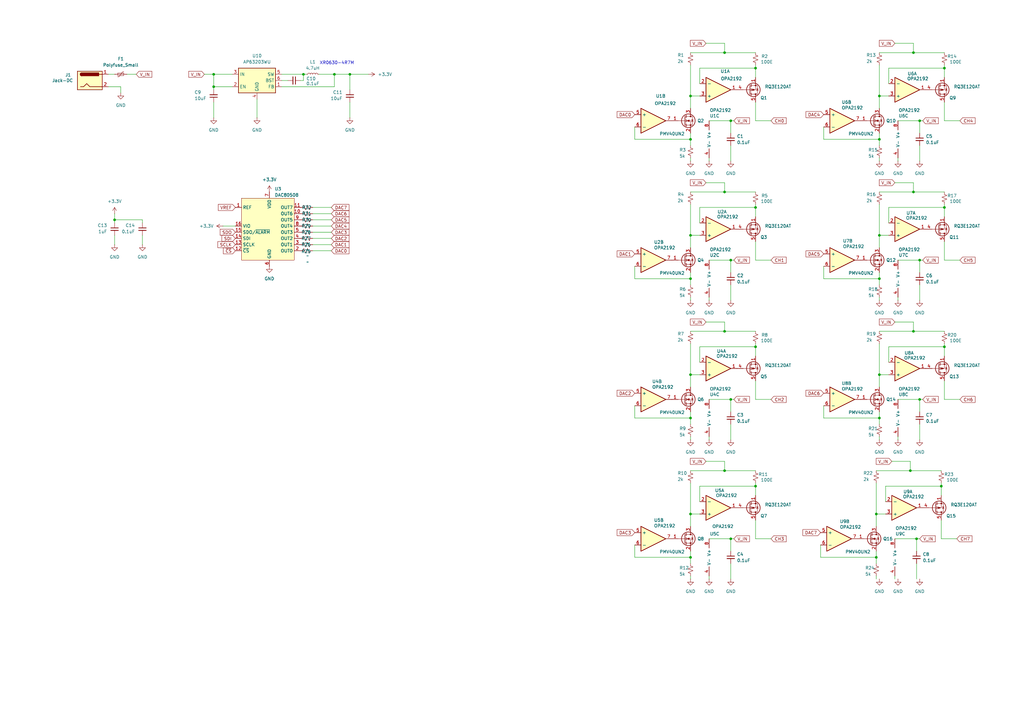
<source format=kicad_sch>
(kicad_sch (version 20250114) (generator "eeschema") (generator_version "9.0")
  (paper "A3")
  (title_block (title "Curd") (date "2025-03-08") (rev "A") (company "Foosa"))
  (text "XR0630-4R7M" (at 138.176 25.908 0) (effects (font (size 1.27 1.27))))
  (junction (at 360.68 114.3))
  (junction (at 283.21 96.52))
  (junction (at 283.21 171.45))
  (junction (at 283.21 39.37))
  (junction (at 283.21 114.3))
  (junction (at 283.21 153.67))
  (junction (at 377.19 49.53))
  (junction (at 377.19 106.68))
  (junction (at 359.41 228.6))
  (junction (at 360.68 39.37))
  (junction (at 297.18 135.89))
  (junction (at 297.18 21.59))
  (junction (at 360.68 153.67))
  (junction (at 283.21 210.82))
  (junction (at 299.72 220.98))
  (junction (at 373.38 193.04))
  (junction (at 387.35 142.24))
  (junction (at 360.68 171.45))
  (junction (at 283.21 57.15))
  (junction (at 297.18 78.74))
  (junction (at 374.65 21.59))
  (junction (at 299.72 49.53))
  (junction (at 360.68 96.52))
  (junction (at 360.68 57.15))
  (junction (at 137.16 30.48))
  (junction (at 374.65 78.74))
  (junction (at 299.72 163.83))
  (junction (at 309.88 142.24))
  (junction (at 309.88 199.39))
  (junction (at 46.99 90.17))
  (junction (at 299.72 106.68))
  (junction (at 283.21 228.6))
  (junction (at 375.92 220.98))
  (junction (at 309.88 85.09))
  (junction (at 87.63 35.56))
  (junction (at 386.08 199.39))
  (junction (at 124.46 30.48))
  (junction (at 377.19 163.83))
  (junction (at 387.35 27.94))
  (junction (at 297.18 193.04))
  (junction (at 387.35 85.09))
  (junction (at 309.88 27.94))
  (junction (at 143.51 30.48))
  (junction (at 374.65 135.89))
  (junction (at 359.41 210.82))
  (junction (at 87.63 30.48))
  (wire (pts (xy 143.51 36.83) (xy 143.51 30.48)))
  (wire (pts (xy 283.21 210.82) (xy 287.02 210.82)))
  (wire (pts (xy 283.21 39.37) (xy 287.02 39.37)))
  (wire (pts (xy 290.83 106.68) (xy 299.72 106.68)))
  (wire (pts (xy 137.16 30.48) (xy 137.16 35.56)))
  (wire (pts (xy 287.02 34.29) (xy 287.02 27.94)))
  (wire (pts (xy 290.83 220.98) (xy 299.72 220.98)))
  (wire (pts (xy 260.35 223.52) (xy 260.35 228.6)))
  (wire (pts (xy 377.19 59.69) (xy 377.19 66.04)))
  (wire (pts (xy 297.18 189.23) (xy 297.18 193.04)))
  (wire (pts (xy 283.21 57.15) (xy 283.21 54.61)))
  (wire (pts (xy 387.35 106.68) (xy 393.7 106.68)))
  (wire (pts (xy 360.68 39.37) (xy 364.49 39.37)))
  (wire (pts (xy 309.88 199.39) (xy 309.88 203.2)))
  (wire (pts (xy 283.21 114.3) (xy 283.21 111.76)))
  (wire (pts (xy 44.45 30.48) (xy 46.99 30.48)))
  (wire (pts (xy 360.68 114.3) (xy 360.68 111.76)))
  (wire (pts (xy 360.68 96.52) (xy 364.49 96.52)))
  (wire (pts (xy 360.68 57.15) (xy 360.68 59.69)))
  (wire (pts (xy 309.88 156.21) (xy 309.88 163.83)))
  (wire (pts (xy 128.27 100.33) (xy 135.89 100.33)))
  (wire (pts (xy 105.41 40.64) (xy 105.41 48.26)))
  (wire (pts (xy 368.3 64.77) (xy 368.3 66.04)))
  (wire (pts (xy 130.81 30.48) (xy 137.16 30.48)))
  (wire (pts (xy 299.72 116.84) (xy 299.72 123.19)))
  (wire (pts (xy 360.68 171.45) (xy 360.68 173.99)))
  (wire (pts (xy 360.68 96.52) (xy 360.68 101.6)))
  (wire (pts (xy 359.41 228.6) (xy 359.41 231.14)))
  (wire (pts (xy 83.82 30.48) (xy 87.63 30.48)))
  (wire (pts (xy 377.19 106.68) (xy 378.46 106.68)))
  (wire (pts (xy 297.18 132.08) (xy 297.18 135.89)))
  (wire (pts (xy 283.21 140.97) (xy 283.21 153.67)))
  (wire (pts (xy 260.35 52.07) (xy 260.35 57.15)))
  (wire (pts (xy 309.88 106.68) (xy 316.23 106.68)))
  (wire (pts (xy 387.35 83.82) (xy 387.35 85.09)))
  (wire (pts (xy 283.21 121.92) (xy 283.21 123.19)))
  (wire (pts (xy 290.83 49.53) (xy 299.72 49.53)))
  (wire (pts (xy 283.21 64.77) (xy 283.21 66.04)))
  (wire (pts (xy 299.72 231.14) (xy 299.72 237.49)))
  (wire (pts (xy 283.21 153.67) (xy 283.21 158.75)))
  (wire (pts (xy 368.3 106.68) (xy 377.19 106.68)))
  (wire (pts (xy 360.68 153.67) (xy 360.68 158.75)))
  (wire (pts (xy 373.38 193.04) (xy 386.08 193.04)))
  (wire (pts (xy 297.18 21.59) (xy 309.88 21.59)))
  (wire (pts (xy 367.03 74.93) (xy 374.65 74.93)))
  (wire (pts (xy 128.27 92.71) (xy 135.89 92.71)))
  (wire (pts (xy 374.65 78.74) (xy 387.35 78.74)))
  (wire (pts (xy 283.21 171.45) (xy 283.21 173.99)))
  (wire (pts (xy 364.49 34.29) (xy 364.49 27.94)))
  (wire (pts (xy 360.68 64.77) (xy 360.68 66.04)))
  (wire (pts (xy 287.02 142.24) (xy 309.88 142.24)))
  (wire (pts (xy 359.41 236.22) (xy 359.41 237.49)))
  (wire (pts (xy 309.88 163.83) (xy 316.23 163.83)))
  (wire (pts (xy 283.21 179.07) (xy 283.21 180.34)))
  (wire (pts (xy 128.27 87.63) (xy 135.89 87.63)))
  (wire (pts (xy 283.21 26.67) (xy 283.21 39.37)))
  (wire (pts (xy 364.49 85.09) (xy 387.35 85.09)))
  (wire (pts (xy 297.18 193.04) (xy 309.88 193.04)))
  (wire (pts (xy 299.72 173.99) (xy 299.72 180.34)))
  (wire (pts (xy 364.49 27.94) (xy 387.35 27.94)))
  (wire (pts (xy 87.63 36.83) (xy 87.63 35.56)))
  (wire (pts (xy 360.68 153.67) (xy 364.49 153.67)))
  (wire (pts (xy 297.18 78.74) (xy 309.88 78.74)))
  (wire (pts (xy 360.68 57.15) (xy 360.68 54.61)))
  (wire (pts (xy 283.21 210.82) (xy 283.21 215.9)))
  (wire (pts (xy 128.27 90.17) (xy 135.89 90.17)))
  (wire (pts (xy 290.83 236.22) (xy 290.83 237.49)))
  (wire (pts (xy 368.3 49.53) (xy 377.19 49.53)))
  (wire (pts (xy 374.65 17.78) (xy 374.65 21.59)))
  (wire (pts (xy 364.49 142.24) (xy 387.35 142.24)))
  (wire (pts (xy 309.88 213.36) (xy 309.88 220.98)))
  (wire (pts (xy 377.19 163.83) (xy 377.19 168.91)))
  (wire (pts (xy 283.21 83.82) (xy 283.21 96.52)))
  (wire (pts (xy 87.63 35.56) (xy 95.25 35.56)))
  (wire (pts (xy 52.07 30.48) (xy 55.88 30.48)))
  (wire (pts (xy 287.02 205.74) (xy 287.02 199.39)))
  (wire (pts (xy 359.41 210.82) (xy 359.41 215.9)))
  (wire (pts (xy 299.72 106.68) (xy 299.72 111.76)))
  (wire (pts (xy 289.56 17.78) (xy 297.18 17.78)))
  (wire (pts (xy 375.92 220.98) (xy 375.92 226.06)))
  (wire (pts (xy 128.27 97.79) (xy 135.89 97.79)))
  (wire (pts (xy 309.88 142.24) (xy 309.88 146.05)))
  (wire (pts (xy 283.21 114.3) (xy 283.21 116.84)))
  (wire (pts (xy 297.18 135.89) (xy 309.88 135.89)))
  (wire (pts (xy 289.56 74.93) (xy 297.18 74.93)))
  (wire (pts (xy 128.27 102.87) (xy 135.89 102.87)))
  (wire (pts (xy 337.82 114.3) (xy 360.68 114.3)))
  (wire (pts (xy 367.03 132.08) (xy 374.65 132.08)))
  (wire (pts (xy 377.19 163.83) (xy 378.46 163.83)))
  (wire (pts (xy 387.35 26.67) (xy 387.35 27.94)))
  (wire (pts (xy 309.88 49.53) (xy 316.23 49.53)))
  (wire (pts (xy 289.56 189.23) (xy 297.18 189.23)))
  (wire (pts (xy 260.35 109.22) (xy 260.35 114.3)))
  (wire (pts (xy 387.35 49.53) (xy 393.7 49.53)))
  (wire (pts (xy 368.3 163.83) (xy 377.19 163.83)))
  (wire (pts (xy 283.21 96.52) (xy 283.21 101.6)))
  (wire (pts (xy 374.65 74.93) (xy 374.65 78.74)))
  (wire (pts (xy 128.27 95.25) (xy 135.89 95.25)))
  (wire (pts (xy 387.35 156.21) (xy 387.35 163.83)))
  (wire (pts (xy 360.68 140.97) (xy 360.68 153.67)))
  (wire (pts (xy 91.44 92.71) (xy 96.52 92.71)))
  (wire (pts (xy 387.35 140.97) (xy 387.35 142.24)))
  (wire (pts (xy 297.18 74.93) (xy 297.18 78.74)))
  (wire (pts (xy 87.63 41.91) (xy 87.63 48.26)))
  (wire (pts (xy 287.02 27.94) (xy 309.88 27.94)))
  (wire (pts (xy 283.21 135.89) (xy 297.18 135.89)))
  (wire (pts (xy 374.65 135.89) (xy 387.35 135.89)))
  (wire (pts (xy 283.21 96.52) (xy 287.02 96.52)))
  (wire (pts (xy 359.41 210.82) (xy 363.22 210.82)))
  (wire (pts (xy 364.49 91.44) (xy 364.49 85.09)))
  (wire (pts (xy 367.03 236.22) (xy 367.03 237.49)))
  (wire (pts (xy 377.19 49.53) (xy 377.19 54.61)))
  (wire (pts (xy 115.57 33.02) (xy 118.11 33.02)))
  (wire (pts (xy 387.35 99.06) (xy 387.35 106.68)))
  (wire (pts (xy 374.65 21.59) (xy 387.35 21.59)))
  (wire (pts (xy 283.21 57.15) (xy 283.21 59.69)))
  (wire (pts (xy 299.72 163.83) (xy 299.72 168.91)))
  (wire (pts (xy 309.88 140.97) (xy 309.88 142.24)))
  (wire (pts (xy 360.68 21.59) (xy 374.65 21.59)))
  (wire (pts (xy 373.38 189.23) (xy 373.38 193.04)))
  (wire (pts (xy 309.88 27.94) (xy 309.88 31.75)))
  (wire (pts (xy 336.55 228.6) (xy 359.41 228.6)))
  (wire (pts (xy 387.35 163.83) (xy 393.7 163.83)))
  (wire (pts (xy 386.08 198.12) (xy 386.08 199.39)))
  (wire (pts (xy 367.03 220.98) (xy 375.92 220.98)))
  (wire (pts (xy 283.21 39.37) (xy 283.21 44.45)))
  (wire (pts (xy 377.19 106.68) (xy 377.19 111.76)))
  (wire (pts (xy 46.99 87.63) (xy 46.99 90.17)))
  (wire (pts (xy 283.21 228.6) (xy 283.21 226.06)))
  (wire (pts (xy 287.02 85.09) (xy 309.88 85.09)))
  (wire (pts (xy 309.88 41.91) (xy 309.88 49.53)))
  (wire (pts (xy 124.46 33.02) (xy 124.46 30.48)))
  (wire (pts (xy 368.3 179.07) (xy 368.3 180.34)))
  (wire (pts (xy 387.35 142.24) (xy 387.35 146.05)))
  (wire (pts (xy 46.99 90.17) (xy 46.99 91.44)))
  (wire (pts (xy 87.63 30.48) (xy 87.63 35.56)))
  (wire (pts (xy 290.83 64.77) (xy 290.83 66.04)))
  (wire (pts (xy 367.03 17.78) (xy 374.65 17.78)))
  (wire (pts (xy 360.68 135.89) (xy 374.65 135.89)))
  (wire (pts (xy 309.88 26.67) (xy 309.88 27.94)))
  (wire (pts (xy 283.21 198.12) (xy 283.21 210.82)))
  (wire (pts (xy 360.68 171.45) (xy 360.68 168.91)))
  (wire (pts (xy 360.68 179.07) (xy 360.68 180.34)))
  (wire (pts (xy 309.88 198.12) (xy 309.88 199.39)))
  (wire (pts (xy 260.35 171.45) (xy 283.21 171.45)))
  (wire (pts (xy 360.68 78.74) (xy 374.65 78.74)))
  (wire (pts (xy 360.68 83.82) (xy 360.68 96.52)))
  (wire (pts (xy 387.35 27.94) (xy 387.35 31.75)))
  (wire (pts (xy 290.83 179.07) (xy 290.83 180.34)))
  (wire (pts (xy 260.35 228.6) (xy 283.21 228.6)))
  (wire (pts (xy 386.08 213.36) (xy 386.08 220.98)))
  (wire (pts (xy 377.19 173.99) (xy 377.19 180.34)))
  (wire (pts (xy 337.82 171.45) (xy 360.68 171.45)))
  (wire (pts (xy 309.88 99.06) (xy 309.88 106.68)))
  (wire (pts (xy 386.08 220.98) (xy 392.43 220.98)))
  (wire (pts (xy 363.22 205.74) (xy 363.22 199.39)))
  (wire (pts (xy 137.16 30.48) (xy 143.51 30.48)))
  (wire (pts (xy 290.83 163.83) (xy 299.72 163.83)))
  (wire (pts (xy 365.76 189.23) (xy 373.38 189.23)))
  (wire (pts (xy 299.72 59.69) (xy 299.72 66.04)))
  (wire (pts (xy 44.45 35.56) (xy 49.53 35.56)))
  (wire (pts (xy 359.41 198.12) (xy 359.41 210.82)))
  (wire (pts (xy 387.35 41.91) (xy 387.35 49.53)))
  (wire (pts (xy 309.88 83.82) (xy 309.88 85.09)))
  (wire (pts (xy 289.56 132.08) (xy 297.18 132.08)))
  (wire (pts (xy 337.82 52.07) (xy 337.82 57.15)))
  (wire (pts (xy 143.51 48.26) (xy 143.51 41.91)))
  (wire (pts (xy 283.21 171.45) (xy 283.21 168.91)))
  (wire (pts (xy 115.57 35.56) (xy 137.16 35.56)))
  (wire (pts (xy 299.72 106.68) (xy 300.99 106.68)))
  (wire (pts (xy 359.41 193.04) (xy 373.38 193.04)))
  (wire (pts (xy 49.53 35.56) (xy 49.53 38.1)))
  (wire (pts (xy 58.42 90.17) (xy 58.42 91.44)))
  (wire (pts (xy 360.68 114.3) (xy 360.68 116.84)))
  (wire (pts (xy 299.72 163.83) (xy 300.99 163.83)))
  (wire (pts (xy 337.82 109.22) (xy 337.82 114.3)))
  (wire (pts (xy 309.88 85.09) (xy 309.88 88.9)))
  (wire (pts (xy 297.18 17.78) (xy 297.18 21.59)))
  (wire (pts (xy 299.72 220.98) (xy 299.72 226.06)))
  (wire (pts (xy 359.41 228.6) (xy 359.41 226.06)))
  (wire (pts (xy 375.92 231.14) (xy 375.92 237.49)))
  (wire (pts (xy 283.21 21.59) (xy 297.18 21.59)))
  (wire (pts (xy 336.55 223.52) (xy 336.55 228.6)))
  (wire (pts (xy 364.49 148.59) (xy 364.49 142.24)))
  (wire (pts (xy 337.82 57.15) (xy 360.68 57.15)))
  (wire (pts (xy 377.19 49.53) (xy 378.46 49.53)))
  (wire (pts (xy 128.27 85.09) (xy 135.89 85.09)))
  (wire (pts (xy 124.46 30.48) (xy 125.73 30.48)))
  (wire (pts (xy 287.02 148.59) (xy 287.02 142.24)))
  (wire (pts (xy 374.65 132.08) (xy 374.65 135.89)))
  (wire (pts (xy 337.82 166.37) (xy 337.82 171.45)))
  (wire (pts (xy 299.72 49.53) (xy 300.99 49.53)))
  (wire (pts (xy 283.21 236.22) (xy 283.21 237.49)))
  (wire (pts (xy 283.21 228.6) (xy 283.21 231.14)))
  (wire (pts (xy 283.21 78.74) (xy 297.18 78.74)))
  (wire (pts (xy 309.88 220.98) (xy 316.23 220.98)))
  (wire (pts (xy 387.35 85.09) (xy 387.35 88.9)))
  (wire (pts (xy 283.21 193.04) (xy 297.18 193.04)))
  (wire (pts (xy 46.99 90.17) (xy 58.42 90.17)))
  (wire (pts (xy 58.42 96.52) (xy 58.42 100.33)))
  (wire (pts (xy 360.68 26.67) (xy 360.68 39.37)))
  (wire (pts (xy 377.19 116.84) (xy 377.19 123.19)))
  (wire (pts (xy 368.3 121.92) (xy 368.3 123.19)))
  (wire (pts (xy 123.19 33.02) (xy 124.46 33.02)))
  (wire (pts (xy 115.57 30.48) (xy 124.46 30.48)))
  (wire (pts (xy 260.35 57.15) (xy 283.21 57.15)))
  (wire (pts (xy 375.92 220.98) (xy 377.19 220.98)))
  (wire (pts (xy 260.35 166.37) (xy 260.35 171.45)))
  (wire (pts (xy 290.83 121.92) (xy 290.83 123.19)))
  (wire (pts (xy 87.63 30.48) (xy 95.25 30.48)))
  (wire (pts (xy 299.72 49.53) (xy 299.72 54.61)))
  (wire (pts (xy 260.35 114.3) (xy 283.21 114.3)))
  (wire (pts (xy 363.22 199.39) (xy 386.08 199.39)))
  (wire (pts (xy 386.08 199.39) (xy 386.08 203.2)))
  (wire (pts (xy 299.72 220.98) (xy 300.99 220.98)))
  (wire (pts (xy 360.68 121.92) (xy 360.68 123.19)))
  (wire (pts (xy 360.68 39.37) (xy 360.68 44.45)))
  (wire (pts (xy 46.99 96.52) (xy 46.99 100.33)))
  (wire (pts (xy 287.02 199.39) (xy 309.88 199.39)))
  (wire (pts (xy 283.21 153.67) (xy 287.02 153.67)))
  (wire (pts (xy 287.02 91.44) (xy 287.02 85.09)))
  (wire (pts (xy 143.51 30.48) (xy 151.13 30.48)))
  (global_label "V_IN" (shape input) (at 300.99 220.98 0) (property "Intersheetrefs" "${INTERSHEET_REFS}" (effects (hide yes))))
  (global_label "~{CS}" (shape input) (at 96.52 102.87 180) (property "Intersheetrefs" "${INTERSHEET_REFS}" (effects (hide yes))))
  (global_label "CH6" (shape input) (at 393.7 163.83 0) (property "Intersheetrefs" "${INTERSHEET_REFS}" (effects (hide yes))))
  (global_label "CH1" (shape input) (at 316.23 106.68 0) (property "Intersheetrefs" "${INTERSHEET_REFS}" (effects (hide yes))))
  (global_label "V_IN" (shape input) (at 289.56 74.93 180) (property "Intersheetrefs" "${INTERSHEET_REFS}" (effects (hide yes))))
  (global_label "DAC1" (shape input) (at 260.35 104.14 180) (property "Intersheetrefs" "${INTERSHEET_REFS}" (effects (hide yes))))
  (global_label "SDI" (shape input) (at 96.52 97.79 180) (property "Intersheetrefs" "${INTERSHEET_REFS}" (effects (hide yes))))
  (global_label "V_IN" (shape input) (at 367.03 132.08 180) (property "Intersheetrefs" "${INTERSHEET_REFS}" (effects (hide yes))))
  (global_label "V_IN" (shape input) (at 365.76 189.23 180) (property "Intersheetrefs" "${INTERSHEET_REFS}" (effects (hide yes))))
  (global_label "V_IN" (shape input) (at 367.03 74.93 180) (property "Intersheetrefs" "${INTERSHEET_REFS}" (effects (hide yes))))
  (global_label "DAC5" (shape input) (at 135.89 90.17 0) (property "Intersheetrefs" "${INTERSHEET_REFS}" (effects (hide yes))))
  (global_label "V_IN" (shape input) (at 300.99 49.53 0) (property "Intersheetrefs" "${INTERSHEET_REFS}" (effects (hide yes))))
  (global_label "SCLK" (shape input) (at 96.52 100.33 180) (property "Intersheetrefs" "${INTERSHEET_REFS}" (effects (hide yes))))
  (global_label "V_IN" (shape input) (at 55.88 30.48 0) (property "Intersheetrefs" "${INTERSHEET_REFS}" (effects (hide yes))))
  (global_label "DAC1" (shape input) (at 135.89 100.33 0) (property "Intersheetrefs" "${INTERSHEET_REFS}" (effects (hide yes))))
  (global_label "V_IN" (shape input) (at 367.03 17.78 180) (property "Intersheetrefs" "${INTERSHEET_REFS}" (effects (hide yes))))
  (global_label "DAC2" (shape input) (at 135.89 97.79 0) (property "Intersheetrefs" "${INTERSHEET_REFS}" (effects (hide yes))))
  (global_label "DAC4" (shape input) (at 337.82 46.99 180) (property "Intersheetrefs" "${INTERSHEET_REFS}" (effects (hide yes))))
  (global_label "DAC4" (shape input) (at 135.89 92.71 0) (property "Intersheetrefs" "${INTERSHEET_REFS}" (effects (hide yes))))
  (global_label "DAC6" (shape input) (at 337.82 161.29 180) (property "Intersheetrefs" "${INTERSHEET_REFS}" (effects (hide yes))))
  (global_label "DAC7" (shape input) (at 135.89 85.09 0) (property "Intersheetrefs" "${INTERSHEET_REFS}" (effects (hide yes))))
  (global_label "DAC3" (shape input) (at 135.89 95.25 0) (property "Intersheetrefs" "${INTERSHEET_REFS}" (effects (hide yes))))
  (global_label "V_IN" (shape input) (at 378.46 106.68 0) (property "Intersheetrefs" "${INTERSHEET_REFS}" (effects (hide yes))))
  (global_label "V_IN" (shape input) (at 289.56 189.23 180) (property "Intersheetrefs" "${INTERSHEET_REFS}" (effects (hide yes))))
  (global_label "CH0" (shape input) (at 316.23 49.53 0) (property "Intersheetrefs" "${INTERSHEET_REFS}" (effects (hide yes))))
  (global_label "V_IN" (shape input) (at 378.46 163.83 0) (property "Intersheetrefs" "${INTERSHEET_REFS}" (effects (hide yes))))
  (global_label "V_IN" (shape input) (at 289.56 132.08 180) (property "Intersheetrefs" "${INTERSHEET_REFS}" (effects (hide yes))))
  (global_label "V_IN" (shape input) (at 377.19 220.98 0) (property "Intersheetrefs" "${INTERSHEET_REFS}" (effects (hide yes))))
  (global_label "CH4" (shape input) (at 393.7 49.53 0) (property "Intersheetrefs" "${INTERSHEET_REFS}" (effects (hide yes))))
  (global_label "SDO" (shape input) (at 96.52 95.25 180) (property "Intersheetrefs" "${INTERSHEET_REFS}" (effects (hide yes))))
  (global_label "DAC7" (shape input) (at 336.55 218.44 180) (property "Intersheetrefs" "${INTERSHEET_REFS}" (effects (hide yes))))
  (global_label "V_IN" (shape input) (at 83.82 30.48 180) (property "Intersheetrefs" "${INTERSHEET_REFS}" (effects (hide yes))))
  (global_label "VREF" (shape input) (at 96.52 85.09 180) (property "Intersheetrefs" "${INTERSHEET_REFS}" (effects (hide yes))))
  (global_label "V_IN" (shape input) (at 378.46 49.53 0) (property "Intersheetrefs" "${INTERSHEET_REFS}" (effects (hide yes))))
  (global_label "DAC6" (shape input) (at 135.89 87.63 0) (property "Intersheetrefs" "${INTERSHEET_REFS}" (effects (hide yes))))
  (global_label "DAC0" (shape input) (at 135.89 102.87 0) (property "Intersheetrefs" "${INTERSHEET_REFS}" (effects (hide yes))))
  (global_label "CH3" (shape input) (at 316.23 220.98 0) (property "Intersheetrefs" "${INTERSHEET_REFS}" (effects (hide yes))))
  (global_label "CH5" (shape input) (at 393.7 106.68 0) (property "Intersheetrefs" "${INTERSHEET_REFS}" (effects (hide yes))))
  (global_label "DAC3" (shape input) (at 260.35 218.44 180) (property "Intersheetrefs" "${INTERSHEET_REFS}" (effects (hide yes))))
  (global_label "DAC2" (shape input) (at 260.35 161.29 180) (property "Intersheetrefs" "${INTERSHEET_REFS}" (effects (hide yes))))
  (global_label "DAC5" (shape input) (at 337.82 104.14 180) (property "Intersheetrefs" "${INTERSHEET_REFS}" (effects (hide yes))))
  (global_label "V_IN" (shape input) (at 300.99 106.68 0) (property "Intersheetrefs" "${INTERSHEET_REFS}" (effects (hide yes))))
  (global_label "V_IN" (shape input) (at 289.56 17.78 180) (property "Intersheetrefs" "${INTERSHEET_REFS}" (effects (hide yes))))
  (global_label "V_IN" (shape input) (at 300.99 163.83 0) (property "Intersheetrefs" "${INTERSHEET_REFS}" (effects (hide yes))))
  (global_label "CH7" (shape input) (at 392.43 220.98 0) (property "Intersheetrefs" "${INTERSHEET_REFS}" (effects (hide yes))))
  (global_label "DAC0" (shape input) (at 260.35 46.99 180) (property "Intersheetrefs" "${INTERSHEET_REFS}" (effects (hide yes))))
  (global_label "CH2" (shape input) (at 316.23 163.83 0) (property "Intersheetrefs" "${INTERSHEET_REFS}" (effects (hide yes))))
  (symbol (lib_id "Device:R_Small_US") (at 283.21 119.38 0) (unit 1)
    (property "Reference" "R6" (at 278.638 118.618 0) (effects (justify left)))
    (property "Value" "5k" (at 278.638 121.158 0) (effects (justify left)))
    (property "Footprint" "Resistor_SMD:R_0603_1608Metric" (effects (hide yes)))
    (property "Description" "Resistor, small US symbol" (effects (hide yes)))
  )
  (symbol (lib_id "Curd:OPA2192") (at 370.84 93.98 0) (mirror x) (unit 1)
    (property "Reference" "U7" (at 373.634 87.376 0))
    (property "Value" "OPA2192" (at 375.92 89.408 0))
    (property "Footprint" "Package_SO:SOIC-8_3.9x4.9mm_P1.27mm" (effects (hide yes)))
  )
  (symbol (lib_id "Curd:OPA2192") (at 265.43 106.68 0) (unit 2)
    (property "Reference" "U2" (at 268.224 99.314 0) (effects (justify left)))
    (property "Value" "OPA2192" (at 268.224 101.6 0) (effects (justify left)))
    (property "Footprint" "Package_SO:SOIC-8_3.9x4.9mm_P1.27mm" (effects (hide yes)))
  )
  (symbol (lib_id "power:GND") (at 299.72 237.49 0) (unit 1)
    (property "Reference" "#PWR056" (effects (hide yes)))
    (property "Value" "GND" (at 299.72 242.57 0))
    (property "Description" "Power symbol creates a global label with name \"GND\" , ground" (effects (hide yes)))
  )
  (symbol (lib_id "power:GND") (at 360.68 66.04 0) (unit 1)
    (property "Reference" "#PWR039" (effects (hide yes)))
    (property "Value" "GND" (at 360.68 71.12 0))
    (property "Description" "Power symbol creates a global label with name \"GND\" , ground" (effects (hide yes)))
  )
  (symbol (lib_id "Device:R_Small_US") (at 125.73 87.63 90) (unit 1)
    (property "Reference" "R31" (at 127.762 87.63 90) (effects (justify left)))
    (property "Value" "~" (at 126.746 92.202 90) (effects (justify left)))
    (property "Footprint" "Resistor_SMD:R_0603_1608Metric" (effects (hide yes)))
    (property "Description" "Resistor, small US symbol" (effects (hide yes)))
  )
  (symbol (lib_id "power:GND") (at 283.21 180.34 0) (unit 1)
    (property "Reference" "#PWR048" (effects (hide yes)))
    (property "Value" "GND" (at 283.21 185.42 0))
    (property "Description" "Power symbol creates a global label with name \"GND\" , ground" (effects (hide yes)))
  )
  (symbol (lib_id "Device:R_Small_US") (at 283.21 233.68 0) (unit 1)
    (property "Reference" "R12" (at 278.638 232.918 0) (effects (justify left)))
    (property "Value" "5k" (at 278.638 235.458 0) (effects (justify left)))
    (property "Footprint" "Resistor_SMD:R_0603_1608Metric" (effects (hide yes)))
    (property "Description" "Resistor, small US symbol" (effects (hide yes)))
  )
  (symbol (lib_id "Curd:PMV40UN2") (at 359.41 220.98 0) (unit 1)
    (property "Reference" "Q16" (at 362.204 220.98 0) (effects (justify left)))
    (property "Value" "PMV40UN2" (at 346.71 226.314 0) (effects (justify left)))
    (property "Footprint" "Package_TO_SOT_SMD:SOT-23-3" (effects (hide yes)))
  )
  (symbol (lib_id "Curd:OPA2192") (at 368.3 171.45 0) (unit 3)
    (property "Reference" "U8" (at 368.554 161.798 0) (effects (justify left)))
    (property "Value" "OPA2192" (at 368.554 159.512 0) (effects (justify left)))
    (property "Footprint" "Package_SO:SOIC-8_3.9x4.9mm_P1.27mm" (effects (hide yes)))
  )
  (symbol (lib_id "power:GND") (at 368.3 66.04 0) (unit 1)
    (property "Reference" "#PWR040" (effects (hide yes)))
    (property "Value" "GND" (at 368.3 71.12 0))
    (property "Description" "Power symbol creates a global label with name \"GND\" , ground" (effects (hide yes)))
  )
  (symbol (lib_id "Device:C_Small") (at 377.19 57.15 0) (unit 1)
    (property "Reference" "C5" (at 379.73 55.8862 0) (effects (justify left)))
    (property "Value" "0.1uF" (at 379.73 58.4262 0) (effects (justify left)))
    (property "Footprint" "Capacitor_SMD:C_0603_1608Metric" (effects (hide yes)))
    (property "Description" "Unpolarized capacitor, small symbol" (effects (hide yes)))
  )
  (symbol (lib_id "Curd:RQ3E120AT") (at 309.88 36.83 0) (mirror x) (unit 1)
    (property "Reference" "Q1" (at 311.912 40.132 0) (effects (justify left)))
    (property "Value" "RQ3E120AT" (at 313.69 35.56 0) (effects (justify left)))
    (property "Footprint" "Curd:HSMT8" (effects (hide yes)))
  )
  (symbol (lib_id "power:GND") (at 143.51 48.26 0) (unit 1)
    (property "Reference" "#PWR032" (effects (hide yes)))
    (property "Value" "GND" (at 143.51 53.34 0))
    (property "Description" "Power symbol creates a global label with name \"GND\" , ground" (effects (hide yes)))
  )
  (symbol (lib_id "Device:R_Small_US") (at 125.73 85.09 90) (unit 1)
    (property "Reference" "R32" (at 127.762 85.09 90) (effects (justify left)))
    (property "Value" "~" (at 126.746 89.662 90) (effects (justify left)))
    (property "Footprint" "Resistor_SMD:R_0603_1608Metric" (effects (hide yes)))
    (property "Description" "Resistor, small US symbol" (effects (hide yes)))
  )
  (symbol (lib_id "power:+3.3V") (at 110.49 78.74 0) (unit 1)
    (property "Reference" "#PWR033" (effects (hide yes)))
    (property "Value" "+3.3V" (at 110.49 73.66 0))
    (property "Description" "Power symbol creates a global label with name \"+3.3V\"" (effects (hide yes)))
  )
  (symbol (lib_id "Curd:OPA2192") (at 290.83 228.6 0) (unit 3)
    (property "Reference" "U5" (at 291.084 218.948 0) (effects (justify left)))
    (property "Value" "OPA2192" (at 292.1 215.9 0) (effects (justify left)))
    (property "Footprint" "Package_SO:SOIC-8_3.9x4.9mm_P1.27mm" (effects (hide yes)))
  )
  (symbol (lib_id "Curd:RQ3E120AT") (at 309.88 93.98 0) (mirror x) (unit 1)
    (property "Reference" "Q3" (at 311.912 97.282 0) (effects (justify left)))
    (property "Value" "RQ3E120AT" (at 313.69 92.71 0) (effects (justify left)))
    (property "Footprint" "Curd:HSMT8" (effects (hide yes)))
  )
  (symbol (lib_id "Device:R_Small_US") (at 359.41 233.68 0) (unit 1)
    (property "Reference" "R24" (at 354.838 232.918 0) (effects (justify left)))
    (property "Value" "5k" (at 354.838 235.458 0) (effects (justify left)))
    (property "Footprint" "Resistor_SMD:R_0603_1608Metric" (effects (hide yes)))
    (property "Description" "Resistor, small US symbol" (effects (hide yes)))
  )
  (symbol (lib_id "Device:C_Small") (at 299.72 171.45 0) (unit 1)
    (property "Reference" "C3" (at 302.26 170.1862 0) (effects (justify left)))
    (property "Value" "0.1uF" (at 302.26 172.7262 0) (effects (justify left)))
    (property "Footprint" "Capacitor_SMD:C_0603_1608Metric" (effects (hide yes)))
    (property "Description" "Unpolarized capacitor, small symbol" (effects (hide yes)))
  )
  (symbol (lib_id "Device:R_Small_US") (at 309.88 138.43 180) (unit 1)
    (property "Reference" "R8" (at 314.96 137.414 0) (effects (justify left)))
    (property "Value" "100E" (at 316.992 139.7 0) (effects (justify left)))
    (property "Footprint" "Resistor_SMD:R_0603_1608Metric" (effects (hide yes)))
    (property "Description" "Resistor, small US symbol" (effects (hide yes)))
  )
  (symbol (lib_id "power:GND") (at 46.99 100.33 0) (unit 1)
    (property "Reference" "#PWR027" (effects (hide yes)))
    (property "Value" "GND" (at 46.99 105.41 0))
    (property "Description" "Power symbol creates a global label with name \"GND\" , ground" (effects (hide yes)))
  )
  (symbol (lib_id "Curd:OPA2192") (at 293.37 151.13 0) (mirror x) (unit 1)
    (property "Reference" "U4" (at 295.91 144.018 0))
    (property "Value" "OPA2192" (at 298.196 146.05 0))
    (property "Footprint" "Package_SO:SOIC-8_3.9x4.9mm_P1.27mm" (effects (hide yes)))
  )
  (symbol (lib_id "Device:R_Small_US") (at 283.21 24.13 0) (unit 1)
    (property "Reference" "R1" (at 277.876 22.606 0) (effects (justify left)))
    (property "Value" "2k" (at 277.876 25.146 0) (effects (justify left)))
    (property "Footprint" "Resistor_SMD:R_0603_1608Metric" (effects (hide yes)))
    (property "Description" "Resistor, small US symbol" (effects (hide yes)))
  )
  (symbol (lib_id "power:GND") (at 368.3 180.34 0) (unit 1)
    (property "Reference" "#PWR052" (effects (hide yes)))
    (property "Value" "GND" (at 368.3 185.42 0))
    (property "Description" "Power symbol creates a global label with name \"GND\" , ground" (effects (hide yes)))
  )
  (symbol (lib_id "Curd:OPA2192") (at 265.43 49.53 0) (unit 2)
    (property "Reference" "U1" (at 268.986 39.37 0) (effects (justify left)))
    (property "Value" "OPA2192" (at 268.478 42.418 0) (effects (justify left)))
    (property "Footprint" "Package_SO:SOIC-8_3.9x4.9mm_P1.27mm" (effects (hide yes)))
  )
  (symbol (lib_id "Device:R_Small_US") (at 360.68 119.38 0) (unit 1)
    (property "Reference" "R18" (at 356.108 118.618 0) (effects (justify left)))
    (property "Value" "5k" (at 356.108 121.158 0) (effects (justify left)))
    (property "Footprint" "Resistor_SMD:R_0603_1608Metric" (effects (hide yes)))
    (property "Description" "Resistor, small US symbol" (effects (hide yes)))
  )
  (symbol (lib_id "power:GND") (at 377.19 180.34 0) (unit 1)
    (property "Reference" "#PWR053" (effects (hide yes)))
    (property "Value" "GND" (at 377.19 185.42 0))
    (property "Description" "Power symbol creates a global label with name \"GND\" , ground" (effects (hide yes)))
  )
  (symbol (lib_id "Device:R_Small_US") (at 309.88 81.28 180) (unit 1)
    (property "Reference" "R5" (at 314.96 80.264 0) (effects (justify left)))
    (property "Value" "100E" (at 316.992 82.55 0) (effects (justify left)))
    (property "Footprint" "Resistor_SMD:R_0603_1608Metric" (effects (hide yes)))
    (property "Description" "Resistor, small US symbol" (effects (hide yes)))
  )
  (symbol (lib_id "Curd:PMV40UN2") (at 360.68 49.53 0) (unit 1)
    (property "Reference" "Q10" (at 363.474 49.53 0) (effects (justify left)))
    (property "Value" "PMV40UN2" (at 347.98 54.864 0) (effects (justify left)))
    (property "Footprint" "Package_TO_SOT_SMD:SOT-23-3" (effects (hide yes)))
  )
  (symbol (lib_id "Device:R_Small_US") (at 359.41 195.58 0) (unit 1)
    (property "Reference" "R22" (at 354.076 194.056 0) (effects (justify left)))
    (property "Value" "2k" (at 354.076 196.596 0) (effects (justify left)))
    (property "Footprint" "Resistor_SMD:R_0603_1608Metric" (effects (hide yes)))
    (property "Description" "Resistor, small US symbol" (effects (hide yes)))
  )
  (symbol (lib_id "Curd:OPA2192") (at 367.03 228.6 0) (unit 3)
    (property "Reference" "U9" (at 367.284 218.948 0) (effects (justify left)))
    (property "Value" "OPA2192" (at 367.284 216.662 0) (effects (justify left)))
    (property "Footprint" "Package_SO:SOIC-8_3.9x4.9mm_P1.27mm" (effects (hide yes)))
  )
  (symbol (lib_id "Device:R_Small_US") (at 387.35 138.43 180) (unit 1)
    (property "Reference" "R20" (at 392.43 137.414 0) (effects (justify left)))
    (property "Value" "100E" (at 394.462 139.7 0) (effects (justify left)))
    (property "Footprint" "Resistor_SMD:R_0603_1608Metric" (effects (hide yes)))
    (property "Description" "Resistor, small US symbol" (effects (hide yes)))
  )
  (symbol (lib_id "Device:R_Small_US") (at 360.68 62.23 0) (unit 1)
    (property "Reference" "R15" (at 356.108 61.468 0) (effects (justify left)))
    (property "Value" "5k" (at 356.108 64.008 0) (effects (justify left)))
    (property "Footprint" "Resistor_SMD:R_0603_1608Metric" (effects (hide yes)))
    (property "Description" "Resistor, small US symbol" (effects (hide yes)))
  )
  (symbol (lib_id "Curd:OPA2192") (at 342.9 49.53 0) (unit 2)
    (property "Reference" "U6" (at 345.186 41.91 0) (effects (justify left)))
    (property "Value" "OPA2192" (at 345.186 44.196 0) (effects (justify left)))
    (property "Footprint" "Package_SO:SOIC-8_3.9x4.9mm_P1.27mm" (effects (hide yes)))
  )
  (symbol (lib_id "Curd:RQ3E120AT") (at 309.88 208.28 0) (mirror x) (unit 1)
    (property "Reference" "Q7" (at 311.912 211.582 0) (effects (justify left)))
    (property "Value" "RQ3E120AT" (at 313.69 207.01 0) (effects (justify left)))
    (property "Footprint" "Curd:HSMT8" (effects (hide yes)))
  )
  (symbol (lib_id "Curd:PMV40UN2") (at 360.68 163.83 0) (unit 1)
    (property "Reference" "Q14" (at 363.474 163.83 0) (effects (justify left)))
    (property "Value" "PMV40UN2" (at 347.98 169.164 0) (effects (justify left)))
    (property "Footprint" "Package_TO_SOT_SMD:SOT-23-3" (effects (hide yes)))
  )
  (symbol (lib_id "Curd:RQ3E120AT") (at 387.35 151.13 0) (mirror x) (unit 1)
    (property "Reference" "Q13" (at 389.382 154.432 0) (effects (justify left)))
    (property "Value" "RQ3E120AT" (at 391.16 149.86 0) (effects (justify left)))
    (property "Footprint" "Curd:HSMT8" (effects (hide yes)))
  )
  (symbol (lib_id "Curd:PMV40UN2") (at 283.21 49.53 0) (unit 1)
    (property "Reference" "Q2" (at 286.004 49.53 0) (effects (justify left)))
    (property "Value" "PMV40UN2" (at 270.51 54.864 0) (effects (justify left)))
    (property "Footprint" "Package_TO_SOT_SMD:SOT-23-3" (effects (hide yes)))
  )
  (symbol (lib_id "Curd:OPA2192") (at 293.37 208.28 0) (mirror x) (unit 1)
    (property "Reference" "U5" (at 295.148 201.168 0))
    (property "Value" "OPA2192" (at 297.942 203.2 0))
    (property "Footprint" "Package_SO:SOIC-8_3.9x4.9mm_P1.27mm" (effects (hide yes)))
  )
  (symbol (lib_id "Curd:OPA2192") (at 265.43 163.83 0) (unit 2)
    (property "Reference" "U4" (at 267.462 156.464 0) (effects (justify left)))
    (property "Value" "OPA2192" (at 267.462 158.75 0) (effects (justify left)))
    (property "Footprint" "Package_SO:SOIC-8_3.9x4.9mm_P1.27mm" (effects (hide yes)))
  )
  (symbol (lib_id "Device:C_Small") (at 377.19 114.3 0) (unit 1)
    (property "Reference" "C6" (at 379.73 113.0362 0) (effects (justify left)))
    (property "Value" "0.1uF" (at 379.73 115.5762 0) (effects (justify left)))
    (property "Footprint" "Capacitor_SMD:C_0603_1608Metric" (effects (hide yes)))
    (property "Description" "Unpolarized capacitor, small symbol" (effects (hide yes)))
  )
  (symbol (lib_id "power:GND") (at 110.49 109.22 0) (unit 1)
    (property "Reference" "#PWR035" (effects (hide yes)))
    (property "Value" "GND" (at 110.49 114.3 0))
    (property "Description" "Power symbol creates a global label with name \"GND\" , ground" (effects (hide yes)))
  )
  (symbol (lib_id "Curd:OPA2192") (at 342.9 163.83 0) (unit 2)
    (property "Reference" "U8" (at 345.186 157.226 0) (effects (justify left)))
    (property "Value" "OPA2192" (at 345.186 159.512 0) (effects (justify left)))
    (property "Footprint" "Package_SO:SOIC-8_3.9x4.9mm_P1.27mm" (effects (hide yes)))
  )
  (symbol (lib_id "Device:R_Small_US") (at 283.21 138.43 0) (unit 1)
    (property "Reference" "R7" (at 277.876 136.906 0) (effects (justify left)))
    (property "Value" "2k" (at 277.876 139.446 0) (effects (justify left)))
    (property "Footprint" "Resistor_SMD:R_0603_1608Metric" (effects (hide yes)))
    (property "Description" "Resistor, small US symbol" (effects (hide yes)))
  )
  (symbol (lib_id "power:GND") (at 283.21 66.04 0) (unit 1)
    (property "Reference" "#PWR036" (effects (hide yes)))
    (property "Value" "GND" (at 283.21 71.12 0))
    (property "Description" "Power symbol creates a global label with name \"GND\" , ground" (effects (hide yes)))
  )
  (symbol (lib_id "Device:C_Small") (at 377.19 171.45 0) (unit 1)
    (property "Reference" "C7" (at 379.73 170.1862 0) (effects (justify left)))
    (property "Value" "0.1uF" (at 379.73 172.7262 0) (effects (justify left)))
    (property "Footprint" "Capacitor_SMD:C_0603_1608Metric" (effects (hide yes)))
    (property "Description" "Unpolarized capacitor, small symbol" (effects (hide yes)))
  )
  (symbol (lib_id "Curd:OPA2192") (at 290.83 57.15 0) (unit 3)
    (property "Reference" "U1" (at 291.084 47.498 0) (effects (justify left)))
    (property "Value" "OPA2192" (at 291.084 45.212 0) (effects (justify left)))
    (property "Footprint" "Package_SO:SOIC-8_3.9x4.9mm_P1.27mm" (effects (hide yes)))
  )
  (symbol (lib_id "power:GND") (at 299.72 123.19 0) (unit 1)
    (property "Reference" "#PWR044" (effects (hide yes)))
    (property "Value" "GND" (at 299.72 128.27 0))
    (property "Description" "Power symbol creates a global label with name \"GND\" , ground" (effects (hide yes)))
  )
  (symbol (lib_id "Device:C_Small") (at 299.72 114.3 0) (unit 1)
    (property "Reference" "C2" (at 302.26 113.0362 0) (effects (justify left)))
    (property "Value" "0.1uF" (at 302.26 115.5762 0) (effects (justify left)))
    (property "Footprint" "Capacitor_SMD:C_0603_1608Metric" (effects (hide yes)))
    (property "Description" "Unpolarized capacitor, small symbol" (effects (hide yes)))
  )
  (symbol (lib_id "power:+3.3V") (at 46.99 87.63 0) (unit 1)
    (property "Reference" "#PWR034" (effects (hide yes)))
    (property "Value" "+3.3V" (at 46.99 82.55 0))
    (property "Description" "Power symbol creates a global label with name \"+3.3V\"" (effects (hide yes)))
  )
  (symbol (lib_id "Curd:OPA2192") (at 368.3 114.3 0) (unit 3)
    (property "Reference" "U7" (at 368.554 104.648 0) (effects (justify left)))
    (property "Value" "OPA2192" (at 368.554 102.362 0) (effects (justify left)))
    (property "Footprint" "Package_SO:SOIC-8_3.9x4.9mm_P1.27mm" (effects (hide yes)))
  )
  (symbol (lib_id "power:GND") (at 290.83 123.19 0) (unit 1)
    (property "Reference" "#PWR043" (effects (hide yes)))
    (property "Value" "GND" (at 290.83 128.27 0))
    (property "Description" "Power symbol creates a global label with name \"GND\" , ground" (effects (hide yes)))
  )
  (symbol (lib_id "Device:C_Small") (at 143.51 39.37 0) (unit 1)
    (property "Reference" "C11" (at 140.462 37.846 0) (effects (justify right)))
    (property "Value" "10uF" (at 140.462 40.386 0) (effects (justify right)))
    (property "Footprint" "Capacitor_SMD:C_0603_1608Metric" (effects (hide yes)))
    (property "Description" "Unpolarized capacitor, small symbol" (effects (hide yes)))
  )
  (symbol (lib_id "power:GND") (at 105.41 48.26 0) (unit 1)
    (property "Reference" "#PWR07" (effects (hide yes)))
    (property "Value" "GND" (at 105.41 53.34 0))
    (property "Description" "Power symbol creates a global label with name \"GND\" , ground" (effects (hide yes)))
  )
  (symbol (lib_id "power:GND") (at 368.3 123.19 0) (unit 1)
    (property "Reference" "#PWR046" (effects (hide yes)))
    (property "Value" "GND" (at 368.3 128.27 0))
    (property "Description" "Power symbol creates a global label with name \"GND\" , ground" (effects (hide yes)))
  )
  (symbol (lib_id "power:GND") (at 377.19 237.49 0) (unit 1)
    (property "Reference" "#PWR059" (effects (hide yes)))
    (property "Value" "GND" (at 377.19 242.57 0))
    (property "Description" "Power symbol creates a global label with name \"GND\" , ground" (effects (hide yes)))
  )
  (symbol (lib_id "Device:R_Small_US") (at 387.35 24.13 180) (unit 1)
    (property "Reference" "R14" (at 392.43 23.114 0) (effects (justify left)))
    (property "Value" "100E" (at 394.462 25.4 0) (effects (justify left)))
    (property "Footprint" "Resistor_SMD:R_0603_1608Metric" (effects (hide yes)))
    (property "Description" "Resistor, small US symbol" (effects (hide yes)))
  )
  (symbol (lib_id "power:GND") (at 360.68 237.49 0) (unit 1)
    (property "Reference" "#PWR057" (effects (hide yes)))
    (property "Value" "GND" (at 360.68 242.57 0))
    (property "Description" "Power symbol creates a global label with name \"GND\" , ground" (effects (hide yes)))
  )
  (symbol (lib_id "power:GND") (at 283.21 237.49 0) (unit 1)
    (property "Reference" "#PWR054" (effects (hide yes)))
    (property "Value" "GND" (at 283.21 242.57 0))
    (property "Description" "Power symbol creates a global label with name \"GND\" , ground" (effects (hide yes)))
  )
  (symbol (lib_id "power:GND") (at 299.72 66.04 0) (unit 1)
    (property "Reference" "#PWR038" (effects (hide yes)))
    (property "Value" "GND" (at 299.72 71.12 0))
    (property "Description" "Power symbol creates a global label with name \"GND\" , ground" (effects (hide yes)))
  )
  (symbol (lib_id "Curd:PMV40UN2") (at 283.21 106.68 0) (unit 1)
    (property "Reference" "Q4" (at 286.004 106.68 0) (effects (justify left)))
    (property "Value" "PMV40UN2" (at 270.51 112.014 0) (effects (justify left)))
    (property "Footprint" "Package_TO_SOT_SMD:SOT-23-3" (effects (hide yes)))
  )
  (symbol (lib_id "Curd:OPA2192") (at 293.37 36.83 0) (mirror x) (unit 1)
    (property "Reference" "U1" (at 297.434 29.21 0))
    (property "Value" "OPA2192" (at 299.974 32.258 0))
    (property "Footprint" "Package_SO:SOIC-8_3.9x4.9mm_P1.27mm" (effects (hide yes)))
  )
  (symbol (lib_id "power:GND") (at 377.19 123.19 0) (unit 1)
    (property "Reference" "#PWR047" (effects (hide yes)))
    (property "Value" "GND" (at 377.19 128.27 0))
    (property "Description" "Power symbol creates a global label with name \"GND\" , ground" (effects (hide yes)))
  )
  (symbol (lib_id "Device:C_Small") (at 46.99 93.98 0) (unit 1)
    (property "Reference" "C13" (at 43.942 92.456 0) (effects (justify right)))
    (property "Value" "1uF" (at 43.942 94.996 0) (effects (justify right)))
    (property "Footprint" "Capacitor_SMD:C_0603_1608Metric" (effects (hide yes)))
    (property "Description" "Unpolarized capacitor, small symbol" (effects (hide yes)))
  )
  (symbol (lib_id "Curd:OPA2192") (at 290.83 171.45 0) (unit 3)
    (property "Reference" "U4" (at 291.084 161.798 0) (effects (justify left)))
    (property "Value" "OPA2192" (at 291.084 159.512 0) (effects (justify left)))
    (property "Footprint" "Package_SO:SOIC-8_3.9x4.9mm_P1.27mm" (effects (hide yes)))
  )
  (symbol (lib_id "Curd:RQ3E120AT") (at 387.35 93.98 0) (mirror x) (unit 1)
    (property "Reference" "Q11" (at 389.382 97.282 0) (effects (justify left)))
    (property "Value" "RQ3E120AT" (at 391.16 92.71 0) (effects (justify left)))
    (property "Footprint" "Curd:HSMT8" (effects (hide yes)))
  )
  (symbol (lib_id "Device:R_Small_US") (at 309.88 195.58 180) (unit 1)
    (property "Reference" "R11" (at 314.96 194.564 0) (effects (justify left)))
    (property "Value" "100E" (at 316.992 196.85 0) (effects (justify left)))
    (property "Footprint" "Resistor_SMD:R_0603_1608Metric" (effects (hide yes)))
    (property "Description" "Resistor, small US symbol" (effects (hide yes)))
  )
  (symbol (lib_id "Curd:OPA2192") (at 342.9 106.68 0) (unit 2)
    (property "Reference" "U7" (at 345.694 98.806 0) (effects (justify left)))
    (property "Value" "OPA2192" (at 345.694 101.092 0) (effects (justify left)))
    (property "Footprint" "Package_SO:SOIC-8_3.9x4.9mm_P1.27mm" (effects (hide yes)))
  )
  (symbol (lib_id "power:GND") (at 360.68 123.19 0) (unit 1)
    (property "Reference" "#PWR045" (effects (hide yes)))
    (property "Value" "GND" (at 360.68 128.27 0))
    (property "Description" "Power symbol creates a global label with name \"GND\" , ground" (effects (hide yes)))
  )
  (symbol (lib_id "Curd:OPA2192") (at 265.43 220.98 0) (unit 2)
    (property "Reference" "U5" (at 268.224 213.36 0) (effects (justify left)))
    (property "Value" "OPA2192" (at 268.224 215.646 0) (effects (justify left)))
    (property "Footprint" "Package_SO:SOIC-8_3.9x4.9mm_P1.27mm" (effects (hide yes)))
  )
  (symbol (lib_id "Device:Polyfuse_Small") (at 49.53 30.48 90) (unit 1)
    (property "Reference" "F1" (at 49.53 24.13 90))
    (property "Value" "Polyfuse_Small" (at 49.53 26.67 90))
    (property "Description" "Resettable fuse, polymeric positive temperature coefficient, small symbol" (effects (hide yes)))
  )
  (symbol (lib_id "Device:R_Small_US") (at 125.73 90.17 90) (unit 1)
    (property "Reference" "R30" (at 127.762 90.17 90) (effects (justify left)))
    (property "Value" "~" (at 126.746 94.742 90) (effects (justify left)))
    (property "Footprint" "Resistor_SMD:R_0603_1608Metric" (effects (hide yes)))
    (property "Description" "Resistor, small US symbol" (effects (hide yes)))
  )
  (symbol (lib_id "Connector:Jack-DC") (at 36.83 33.02 0) (unit 1)
    (property "Reference" "J1" (at 27.94 30.734 0))
    (property "Value" "Jack-DC" (at 25.654 33.02 0))
    (property "Description" "DC Barrel Jack" (effects (hide yes)))
  )
  (symbol (lib_id "Device:C_Small") (at 58.42 93.98 0) (unit 1)
    (property "Reference" "C14" (at 55.372 92.456 0) (effects (justify right)))
    (property "Value" "0.1uF" (at 55.372 94.996 0) (effects (justify right)))
    (property "Footprint" "Capacitor_SMD:C_0603_1608Metric" (effects (hide yes)))
    (property "Description" "Unpolarized capacitor, small symbol" (effects (hide yes)))
  )
  (symbol (lib_id "Curd:RQ3E120AT") (at 309.88 151.13 0) (mirror x) (unit 1)
    (property "Reference" "Q5" (at 311.912 154.432 0) (effects (justify left)))
    (property "Value" "RQ3E120AT" (at 313.69 149.86 0) (effects (justify left)))
    (property "Footprint" "Curd:HSMT8" (effects (hide yes)))
  )
  (symbol (lib_id "Device:C_Small") (at 375.92 228.6 0) (unit 1)
    (property "Reference" "C8" (at 378.46 227.3362 0) (effects (justify left)))
    (property "Value" "0.1uF" (at 378.46 229.8762 0) (effects (justify left)))
    (property "Footprint" "Capacitor_SMD:C_0603_1608Metric" (effects (hide yes)))
    (property "Description" "Unpolarized capacitor, small symbol" (effects (hide yes)))
  )
  (symbol (lib_id "power:GND") (at 58.42 100.33 0) (unit 1)
    (property "Reference" "#PWR060" (effects (hide yes)))
    (property "Value" "GND" (at 58.42 105.41 0))
    (property "Description" "Power symbol creates a global label with name \"GND\" , ground" (effects (hide yes)))
  )
  (symbol (lib_id "Device:R_Small_US") (at 360.68 138.43 0) (unit 1)
    (property "Reference" "R19" (at 355.346 136.906 0) (effects (justify left)))
    (property "Value" "2k" (at 355.346 139.446 0) (effects (justify left)))
    (property "Footprint" "Resistor_SMD:R_0603_1608Metric" (effects (hide yes)))
    (property "Description" "Resistor, small US symbol" (effects (hide yes)))
  )
  (symbol (lib_id "Curd:OPA2192") (at 370.84 151.13 0) (mirror x) (unit 1)
    (property "Reference" "U8" (at 372.872 144.78 0))
    (property "Value" "OPA2192" (at 375.158 146.812 0))
    (property "Footprint" "Package_SO:SOIC-8_3.9x4.9mm_P1.27mm" (effects (hide yes)))
  )
  (symbol (lib_id "Device:R_Small_US") (at 125.73 97.79 90) (unit 1)
    (property "Reference" "R27" (at 127.508 97.79 90) (effects (justify left)))
    (property "Value" "~" (at 126.746 102.362 90) (effects (justify left)))
    (property "Footprint" "Resistor_SMD:R_0603_1608Metric" (effects (hide yes)))
    (property "Description" "Resistor, small US symbol" (effects (hide yes)))
  )
  (symbol (lib_id "Device:R_Small_US") (at 360.68 24.13 0) (unit 1)
    (property "Reference" "R13" (at 355.346 22.606 0) (effects (justify left)))
    (property "Value" "2k" (at 355.346 25.146 0) (effects (justify left)))
    (property "Footprint" "Resistor_SMD:R_0603_1608Metric" (effects (hide yes)))
    (property "Description" "Resistor, small US symbol" (effects (hide yes)))
  )
  (symbol (lib_id "Curd:OPA2192") (at 369.57 208.28 0) (mirror x) (unit 1)
    (property "Reference" "U9" (at 372.364 201.676 0))
    (property "Value" "OPA2192" (at 374.65 203.708 0))
    (property "Footprint" "Package_SO:SOIC-8_3.9x4.9mm_P1.27mm" (effects (hide yes)))
  )
  (symbol (lib_id "Device:L_Small") (at 128.27 30.48 90) (unit 1)
    (property "Reference" "L1" (at 128.27 25.4 90))
    (property "Value" "4.7uH" (at 128.27 27.94 90))
    (property "Footprint" "Curd:XR0630-4R7M" (effects (hide yes)))
    (property "Description" "Inductor, small symbol" (effects (hide yes)))
  )
  (symbol (lib_id "Device:C_Small") (at 299.72 228.6 0) (unit 1)
    (property "Reference" "C4" (at 302.26 227.3362 0) (effects (justify left)))
    (property "Value" "0.1uF" (at 302.26 229.8762 0) (effects (justify left)))
    (property "Footprint" "Capacitor_SMD:C_0603_1608Metric" (effects (hide yes)))
    (property "Description" "Unpolarized capacitor, small symbol" (effects (hide yes)))
  )
  (symbol (lib_id "Curd:OPA2192") (at 293.37 93.98 0) (mirror x) (unit 1)
    (property "Reference" "U2" (at 296.164 86.868 0))
    (property "Value" "OPA2192" (at 298.45 88.9 0))
    (property "Footprint" "Package_SO:SOIC-8_3.9x4.9mm_P1.27mm" (effects (hide yes)))
  )
  (symbol (lib_id "power:+3.3V") (at 91.44 92.71 90) (unit 1)
    (property "Reference" "#PWR061" (effects (hide yes)))
    (property "Value" "+3.3V" (at 87.63 92.7099 90) (effects (justify left)))
    (property "Description" "Power symbol creates a global label with name \"+3.3V\"" (effects (hide yes)))
  )
  (symbol (lib_id "power:GND") (at 290.83 180.34 0) (unit 1)
    (property "Reference" "#PWR049" (effects (hide yes)))
    (property "Value" "GND" (at 290.83 185.42 0))
    (property "Description" "Power symbol creates a global label with name \"GND\" , ground" (effects (hide yes)))
  )
  (symbol (lib_id "power:GND") (at 290.83 66.04 0) (unit 1)
    (property "Reference" "#PWR037" (effects (hide yes)))
    (property "Value" "GND" (at 290.83 71.12 0))
    (property "Description" "Power symbol creates a global label with name \"GND\" , ground" (effects (hide yes)))
  )
  (symbol (lib_id "Curd:PMV40UN2") (at 360.68 106.68 0) (unit 1)
    (property "Reference" "Q12" (at 363.474 106.68 0) (effects (justify left)))
    (property "Value" "PMV40UN2" (at 347.98 112.014 0) (effects (justify left)))
    (property "Footprint" "Package_TO_SOT_SMD:SOT-23-3" (effects (hide yes)))
  )
  (symbol (lib_id "Curd:OPA2192") (at 341.63 220.98 0) (unit 2)
    (property "Reference" "U9" (at 344.424 213.868 0) (effects (justify left)))
    (property "Value" "OPA2192" (at 344.424 216.154 0) (effects (justify left)))
    (property "Footprint" "Package_SO:SOIC-8_3.9x4.9mm_P1.27mm" (effects (hide yes)))
  )
  (symbol (lib_id "Device:R_Small_US") (at 125.73 92.71 90) (unit 1)
    (property "Reference" "R29" (at 127.508 92.71 90) (effects (justify left)))
    (property "Value" "~" (at 126.746 97.282 90) (effects (justify left)))
    (property "Footprint" "Resistor_SMD:R_0603_1608Metric" (effects (hide yes)))
    (property "Description" "Resistor, small US symbol" (effects (hide yes)))
  )
  (symbol (lib_id "Curd:DAC80508") (at 110.49 92.71 0) (unit 1)
    (property "Reference" "U3" (at 112.6333 77.47 0) (effects (justify left)))
    (property "Value" "DAC80508" (at 112.6333 80.01 0) (effects (justify left)))
    (property "Footprint" "Package_DFN_QFN:WQFN-16-1EP_3x3mm_P0.5mm_EP1.6x1.6mm" (effects (hide yes)))
  )
  (symbol (lib_id "Device:R_Small_US") (at 125.73 95.25 90) (unit 1)
    (property "Reference" "R28" (at 127.508 95.25 90) (effects (justify left)))
    (property "Value" "~" (at 126.746 99.822 90) (effects (justify left)))
    (property "Footprint" "Resistor_SMD:R_0603_1608Metric" (effects (hide yes)))
    (property "Description" "Resistor, small US symbol" (effects (hide yes)))
  )
  (symbol (lib_id "Curd:OPA2192") (at 290.83 114.3 0) (unit 3)
    (property "Reference" "U2" (at 291.084 104.648 0) (effects (justify left)))
    (property "Value" "OPA2192" (at 291.084 102.362 0) (effects (justify left)))
    (property "Footprint" "Package_SO:SOIC-8_3.9x4.9mm_P1.27mm" (effects (hide yes)))
  )
  (symbol (lib_id "Device:R_Small_US") (at 283.21 195.58 0) (unit 1)
    (property "Reference" "R10" (at 277.876 194.056 0) (effects (justify left)))
    (property "Value" "2k" (at 277.876 196.596 0) (effects (justify left)))
    (property "Footprint" "Resistor_SMD:R_0603_1608Metric" (effects (hide yes)))
    (property "Description" "Resistor, small US symbol" (effects (hide yes)))
  )
  (symbol (lib_id "power:GND") (at 299.72 180.34 0) (unit 1)
    (property "Reference" "#PWR050" (effects (hide yes)))
    (property "Value" "GND" (at 299.72 185.42 0))
    (property "Description" "Power symbol creates a global label with name \"GND\" , ground" (effects (hide yes)))
  )
  (symbol (lib_id "Device:R_Small_US") (at 125.73 102.87 90) (unit 1)
    (property "Reference" "R25" (at 127.508 103.124 90) (effects (justify left)))
    (property "Value" "~" (at 126.746 107.442 90) (effects (justify left)))
    (property "Footprint" "Resistor_SMD:R_0603_1608Metric" (effects (hide yes)))
    (property "Description" "Resistor, small US symbol" (effects (hide yes)))
  )
  (symbol (lib_id "Device:C_Small") (at 299.72 57.15 0) (unit 1)
    (property "Reference" "C1" (at 302.26 55.8862 0) (effects (justify left)))
    (property "Value" "0.1uF" (at 302.26 58.4262 0) (effects (justify left)))
    (property "Footprint" "Capacitor_SMD:C_0603_1608Metric" (effects (hide yes)))
    (property "Description" "Unpolarized capacitor, small symbol" (effects (hide yes)))
  )
  (symbol (lib_id "Device:R_Small_US") (at 309.88 24.13 180) (unit 1)
    (property "Reference" "R2" (at 314.96 23.114 0) (effects (justify left)))
    (property "Value" "100E" (at 316.992 25.4 0) (effects (justify left)))
    (property "Footprint" "Resistor_SMD:R_0603_1608Metric" (effects (hide yes)))
    (property "Description" "Resistor, small US symbol" (effects (hide yes)))
  )
  (symbol (lib_id "Curd:OPA2192") (at 368.3 57.15 0) (unit 3)
    (property "Reference" "U6" (at 368.554 47.498 0) (effects (justify left)))
    (property "Value" "OPA2192" (at 368.554 45.212 0) (effects (justify left)))
    (property "Footprint" "Package_SO:SOIC-8_3.9x4.9mm_P1.27mm" (effects (hide yes)))
  )
  (symbol (lib_id "power:GND") (at 283.21 123.19 0) (unit 1)
    (property "Reference" "#PWR042" (effects (hide yes)))
    (property "Value" "GND" (at 283.21 128.27 0))
    (property "Description" "Power symbol creates a global label with name \"GND\" , ground" (effects (hide yes)))
  )
  (symbol (lib_id "Curd:RQ3E120AT") (at 386.08 208.28 0) (mirror x) (unit 1)
    (property "Reference" "Q15" (at 388.112 211.582 0) (effects (justify left)))
    (property "Value" "RQ3E120AT" (at 389.89 207.01 0) (effects (justify left)))
    (property "Footprint" "Curd:HSMT8" (effects (hide yes)))
  )
  (symbol (lib_id "Device:R_Small_US") (at 283.21 62.23 0) (unit 1)
    (property "Reference" "R3" (at 278.638 61.468 0) (effects (justify left)))
    (property "Value" "5k" (at 278.638 64.008 0) (effects (justify left)))
    (property "Footprint" "Resistor_SMD:R_0603_1608Metric" (effects (hide yes)))
    (property "Description" "Resistor, small US symbol" (effects (hide yes)))
  )
  (symbol (lib_id "Device:R_Small_US") (at 125.73 100.33 90) (unit 1)
    (property "Reference" "R26" (at 127.508 100.33 90) (effects (justify left)))
    (property "Value" "~" (at 126.746 104.902 90) (effects (justify left)))
    (property "Footprint" "Resistor_SMD:R_0603_1608Metric" (effects (hide yes)))
    (property "Description" "Resistor, small US symbol" (effects (hide yes)))
  )
  (symbol (lib_id "Curd:PMV40UN2") (at 283.21 163.83 0) (unit 1)
    (property "Reference" "Q6" (at 286.004 163.83 0) (effects (justify left)))
    (property "Value" "PMV40UN2" (at 270.51 169.164 0) (effects (justify left)))
    (property "Footprint" "Package_TO_SOT_SMD:SOT-23-3" (effects (hide yes)))
  )
  (symbol (lib_id "Device:R_Small_US") (at 360.68 176.53 0) (unit 1)
    (property "Reference" "R21" (at 356.108 175.768 0) (effects (justify left)))
    (property "Value" "5k" (at 356.108 178.308 0) (effects (justify left)))
    (property "Footprint" "Resistor_SMD:R_0603_1608Metric" (effects (hide yes)))
    (property "Description" "Resistor, small US symbol" (effects (hide yes)))
  )
  (symbol (lib_id "power:GND") (at 49.53 38.1 0) (unit 1)
    (property "Reference" "#PWR029" (effects (hide yes)))
    (property "Value" "GND" (at 49.53 43.18 0))
    (property "Description" "Power symbol creates a global label with name \"GND\" , ground" (effects (hide yes)))
  )
  (symbol (lib_id "Device:R_Small_US") (at 386.08 195.58 180) (unit 1)
    (property "Reference" "R23" (at 391.16 194.564 0) (effects (justify left)))
    (property "Value" "100E" (at 393.192 196.85 0) (effects (justify left)))
    (property "Footprint" "Resistor_SMD:R_0603_1608Metric" (effects (hide yes)))
    (property "Description" "Resistor, small US symbol" (effects (hide yes)))
  )
  (symbol (lib_id "Device:R_Small_US") (at 387.35 81.28 180) (unit 1)
    (property "Reference" "R17" (at 392.43 80.264 0) (effects (justify left)))
    (property "Value" "100E" (at 394.462 82.55 0) (effects (justify left)))
    (property "Footprint" "Resistor_SMD:R_0603_1608Metric" (effects (hide yes)))
    (property "Description" "Resistor, small US symbol" (effects (hide yes)))
  )
  (symbol (lib_id "Device:R_Small_US") (at 283.21 176.53 0) (unit 1)
    (property "Reference" "R9" (at 278.638 175.768 0) (effects (justify left)))
    (property "Value" "5k" (at 278.638 178.308 0) (effects (justify left)))
    (property "Footprint" "Resistor_SMD:R_0603_1608Metric" (effects (hide yes)))
    (property "Description" "Resistor, small US symbol" (effects (hide yes)))
  )
  (symbol (lib_id "Device:R_Small_US") (at 360.68 81.28 0) (unit 1)
    (property "Reference" "R16" (at 355.346 79.756 0) (effects (justify left)))
    (property "Value" "2k" (at 355.346 82.296 0) (effects (justify left)))
    (property "Footprint" "Resistor_SMD:R_0603_1608Metric" (effects (hide yes)))
    (property "Description" "Resistor, small US symbol" (effects (hide yes)))
  )
  (symbol (lib_id "Device:C_Small") (at 87.63 39.37 180) (unit 1)
    (property "Reference" "C9" (at 79.756 37.846 0) (effects (justify right)))
    (property "Value" "10uF" (at 79.756 40.386 0) (effects (justify right)))
    (property "Footprint" "Capacitor_SMD:C_0603_1608Metric" (effects (hide yes)))
    (property "Description" "Unpolarized capacitor, small symbol" (effects (hide yes)))
  )
  (symbol (lib_id "Device:C_Small") (at 120.65 33.02 270) (unit 1)
    (property "Reference" "C10" (at 129.54 32.258 90) (effects (justify right)))
    (property "Value" "0.1uF" (at 131.064 34.29 90) (effects (justify right)))
    (property "Footprint" "Capacitor_SMD:C_0603_1608Metric" (effects (hide yes)))
    (property "Description" "Unpolarized capacitor, small symbol" (effects (hide yes)))
  )
  (symbol (lib_id "power:GND") (at 87.63 48.26 0) (unit 1)
    (property "Reference" "#PWR028" (effects (hide yes)))
    (property "Value" "GND" (at 87.63 53.34 0))
    (property "Description" "Power symbol creates a global label with name \"GND\" , ground" (effects (hide yes)))
  )
  (symbol (lib_id "Curd:RQ3E120AT") (at 387.35 36.83 0) (mirror x) (unit 1)
    (property "Reference" "Q9" (at 389.382 40.132 0) (effects (justify left)))
    (property "Value" "RQ3E120AT" (at 391.16 35.56 0) (effects (justify left)))
    (property "Footprint" "Curd:HSMT8" (effects (hide yes)))
  )
  (symbol (lib_id "power:GND") (at 360.68 180.34 0) (unit 1)
    (property "Reference" "#PWR051" (effects (hide yes)))
    (property "Value" "GND" (at 360.68 185.42 0))
    (property "Description" "Power symbol creates a global label with name \"GND\" , ground" (effects (hide yes)))
  )
  (symbol (lib_id "Device:R_Small_US") (at 283.21 81.28 0) (unit 1)
    (property "Reference" "R4" (at 277.876 79.756 0) (effects (justify left)))
    (property "Value" "2k" (at 277.876 82.296 0) (effects (justify left)))
    (property "Footprint" "Resistor_SMD:R_0603_1608Metric" (effects (hide yes)))
    (property "Description" "Resistor, small US symbol" (effects (hide yes)))
  )
  (symbol (lib_id "Curd:PMV40UN2") (at 283.21 220.98 0) (unit 1)
    (property "Reference" "Q8" (at 286.004 220.98 0) (effects (justify left)))
    (property "Value" "PMV40UN2" (at 270.51 226.314 0) (effects (justify left)))
    (property "Footprint" "Package_TO_SOT_SMD:SOT-23-3" (effects (hide yes)))
  )
  (symbol (lib_id "Curd:OPA2192") (at 370.84 36.83 0) (mirror x) (unit 1)
    (property "Reference" "U6" (at 374.142 30.226 0))
    (property "Value" "OPA2192" (at 376.428 32.258 0))
    (property "Footprint" "Package_SO:SOIC-8_3.9x4.9mm_P1.27mm" (effects (hide yes)))
  )
  (symbol (lib_id "power:+3.3V") (at 151.13 30.48 270) (unit 1)
    (property "Reference" "#PWR031" (effects (hide yes)))
    (property "Value" "+3.3V" (at 154.94 30.4799 90) (effects (justify left)))
    (property "Description" "Power symbol creates a global label with name \"+3.3V\"" (effects (hide yes)))
  )
  (symbol (lib_id "Regulator_Switching:AP63203WU") (at 105.41 33.02 0) (unit 1)
    (property "Reference" "U10" (at 105.41 22.86 0))
    (property "Value" "AP63203WU" (at 105.41 25.4 0))
    (property "Footprint" "Package_TO_SOT_SMD:TSOT-23-6" (effects (hide yes)))
    (property "Datasheet" "https://www.diodes.com/assets/Datasheets/AP63200-AP63201-AP63203-AP63205.pdf" (effects (hide yes)))
    (property "Description" "2A, 1.1MHz Buck DC/DC Converter, fixed 3.3V output voltage, TSOT-23-6" (effects (hide yes)))
  )
  (symbol (lib_id "power:GND") (at 368.3 237.49 0) (unit 1)
    (property "Reference" "#PWR058" (effects (hide yes)))
    (property "Value" "GND" (at 368.3 242.57 0))
    (property "Description" "Power symbol creates a global label with name \"GND\" , ground" (effects (hide yes)))
  )
  (symbol (lib_id "power:GND") (at 377.19 66.04 0) (unit 1)
    (property "Reference" "#PWR041" (effects (hide yes)))
    (property "Value" "GND" (at 377.19 71.12 0))
    (property "Description" "Power symbol creates a global label with name \"GND\" , ground" (effects (hide yes)))
  )
  (symbol (lib_id "power:GND") (at 290.83 237.49 0) (unit 1)
    (property "Reference" "#PWR055" (effects (hide yes)))
    (property "Value" "GND" (at 290.83 242.57 0))
    (property "Description" "Power symbol creates a global label with name \"GND\" , ground" (effects (hide yes)))
  )
)
</source>
